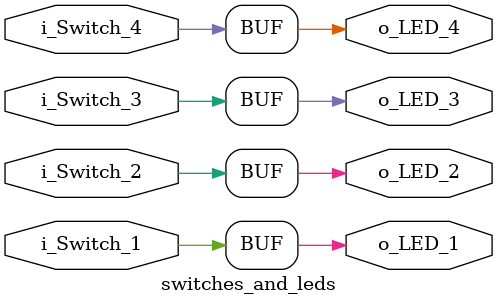
<source format=v>
module switches_and_leds(
	input i_Switch_1,
	input i_Switch_2,
	input i_Switch_3,
	input i_Switch_4,
	
	output o_LED_1,
	output o_LED_2,
	output o_LED_3,
	output o_LED_4);
	
	assign o_LED_1 = i_Switch_1;
	assign o_LED_2 = i_Switch_2;
	assign o_LED_3 = i_Switch_3;
	assign o_LED_4 = i_Switch_4;
	
	endmodule
</source>
